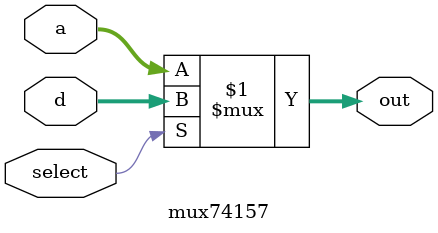
<source format=v>
module mux74157 (
    input select,
    input [3:0] a, // entrada 0 (ex: modo programação)
    input [3:0] d, // entrada 1 (ex: modo execução)
    output [3:0] out
);
    assign out = select ? d : a;
endmodule 
</source>
